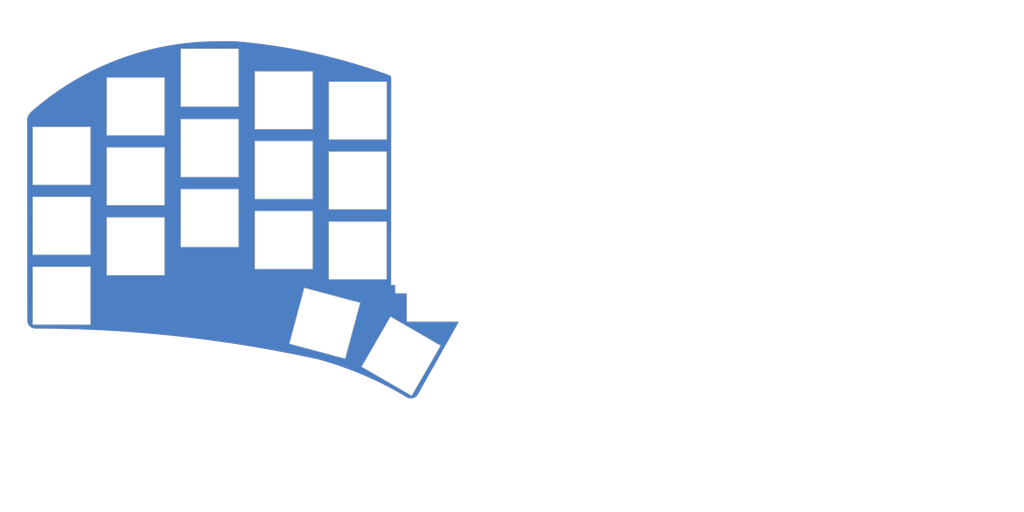
<source format=kicad_pcb>
(kicad_pcb (version 20221018) (generator pcbnew)
  (layers (0 "F.Cu" signal) (31 "B.Cu" signal) (34 "B.Paste" user) (35 "F.Paste" user) (36 "B.SilkS" user "B.Silkscreen") (37 "F.SilkS" user "F.Silkscreen") (38 "B.Mask" user) (39 "F.Mask" user) (44 "Edge.Cuts" user))
  (net 0 "")
  (net 1 "gnd")
  (footprint "Kailh:SW_PG1350_cut" (layer "F.Cu") (at 112.371558 62.443861)
    (fp_text reference "SW6" hide)
    (fp_text value "SW_Push" hide)
    (fp_line (start -7 -7) (end 7 -7) (stroke (width 0.15)) (layer "Edge.Cuts"))
    (fp_line (start -7 7) (end -7 -7) (stroke (width 0.15)) (layer "Edge.Cuts"))
    (fp_line (start -7 7) (end 7 7) (stroke (width 0.15)) (layer "Edge.Cuts"))
    (fp_line (start 7 7) (end 7 -7) (stroke (width 0.15)) (layer "Edge.Cuts"))
  )
  (footprint "Kailh:SW_PG1350_cut" (layer "F.Cu") (at 112.351558 96.451861)
    (fp_text reference "SW18" hide)
    (fp_text value "SW_Push" hide)
    (fp_line (start -7 -7) (end 7 -7) (stroke (width 0.15)) (layer "Edge.Cuts"))
    (fp_line (start -7 7) (end -7 -7) (stroke (width 0.15)) (layer "Edge.Cuts"))
    (fp_line (start -7 7) (end 7 7) (stroke (width 0.15)) (layer "Edge.Cuts"))
    (fp_line (start 7 7) (end 7 -7) (stroke (width 0.15)) (layer "Edge.Cuts"))
  )
  (footprint "Kailh:SW_PG1350_cut" (layer "F.Cu") (at 58.371558 61.443861)
    (fp_text reference "SW3" hide)
    (fp_text value "SW_Push" hide)
    (fp_line (start -7 -7) (end 7 -7) (stroke (width 0.15)) (layer "Edge.Cuts"))
    (fp_line (start -7 7) (end -7 -7) (stroke (width 0.15)) (layer "Edge.Cuts"))
    (fp_line (start -7 7) (end 7 7) (stroke (width 0.15)) (layer "Edge.Cuts"))
    (fp_line (start 7 7) (end 7 -7) (stroke (width 0.15)) (layer "Edge.Cuts"))
  )
  (footprint "Kailh:SW_PG1350_cut" (layer "F.Cu") (at 94.371558 76.893861)
    (fp_text reference "SW11" hide)
    (fp_text value "SW_Push" hide)
    (fp_line (start -7 -7) (end 7 -7) (stroke (width 0.15)) (layer "Edge.Cuts"))
    (fp_line (start -7 7) (end -7 -7) (stroke (width 0.15)) (layer "Edge.Cuts"))
    (fp_line (start -7 7) (end 7 7) (stroke (width 0.15)) (layer "Edge.Cuts"))
    (fp_line (start 7 7) (end 7 -7) (stroke (width 0.15)) (layer "Edge.Cuts"))
  )
  (footprint "Kailh:SW_PG1350_cut" (layer "F.Cu") (at 40.371558 90.443861)
    (fp_text reference "SW8" hide)
    (fp_text value "SW_Push" hide)
    (fp_line (start -7 -7) (end 7 -7) (stroke (width 0.15)) (layer "Edge.Cuts"))
    (fp_line (start -7 7) (end -7 -7) (stroke (width 0.15)) (layer "Edge.Cuts"))
    (fp_line (start -7 7) (end 7 7) (stroke (width 0.15)) (layer "Edge.Cuts"))
    (fp_line (start 7 7) (end 7 -7) (stroke (width 0.15)) (layer "Edge.Cuts"))
  )
  (footprint "Kailh:SW_PG1350_cut" (layer "F.Cu") (at 76.371558 71.559861)
    (fp_text reference "SW10" hide)
    (fp_text value "SW_Push" hide)
    (fp_line (start -7 -7) (end 7 -7) (stroke (width 0.15)) (layer "Edge.Cuts"))
    (fp_line (start -7 7) (end -7 -7) (stroke (width 0.15)) (layer "Edge.Cuts"))
    (fp_line (start -7 7) (end 7 7) (stroke (width 0.15)) (layer "Edge.Cuts"))
    (fp_line (start 7 7) (end 7 -7) (stroke (width 0.15)) (layer "Edge.Cuts"))
  )
  (footprint "Kailh:SW_PG1350_cut" (layer "F.Cu") (at 122.901558 122.143861 150)
    (fp_text reference "SW20" hide)
    (fp_text value "SW_Push" hide)
    (fp_line (start -7 -7) (end 7 -7) (stroke (width 0.15)) (layer "Edge.Cuts"))
    (fp_line (start -7 7) (end -7 -7) (stroke (width 0.15)) (layer "Edge.Cuts"))
    (fp_line (start -7 7) (end 7 7) (stroke (width 0.15)) (layer "Edge.Cuts"))
    (fp_line (start 7 7) (end 7 -7) (stroke (width 0.15)) (layer "Edge.Cuts"))
  )
  (footprint "Kailh:SW_PG1350_cut" (layer "F.Cu") (at 112.351558 79.433861)
    (fp_text reference "SW12" hide)
    (fp_text value "SW_Push" hide)
    (fp_line (start -7 -7) (end 7 -7) (stroke (width 0.15)) (layer "Edge.Cuts"))
    (fp_line (start -7 7) (end -7 -7) (stroke (width 0.15)) (layer "Edge.Cuts"))
    (fp_line (start -7 7) (end 7 7) (stroke (width 0.15)) (layer "Edge.Cuts"))
    (fp_line (start 7 7) (end 7 -7) (stroke (width 0.15)) (layer "Edge.Cuts"))
  )
  (footprint "Kailh:SW_PG1350_cut" (layer "F.Cu") (at 76.371558 54.443861)
    (fp_text reference "SW4" hide)
    (fp_text value "SW_Push" hide)
    (fp_line (start -7 -7) (end 7 -7) (stroke (width 0.15)) (layer "Edge.Cuts"))
    (fp_line (start -7 7) (end -7 -7) (stroke (width 0.15)) (layer "Edge.Cuts"))
    (fp_line (start -7 7) (end 7 7) (stroke (width 0.15)) (layer "Edge.Cuts"))
    (fp_line (start 7 7) (end 7 -7) (stroke (width 0.15)) (layer "Edge.Cuts"))
  )
  (footprint "Kailh:SW_PG1350_cut" (layer "F.Cu") (at 94.371558 93.911861)
    (fp_text reference "SW17" hide)
    (fp_text value "SW_Push" hide)
    (fp_line (start -7 -7) (end 7 -7) (stroke (width 0.15)) (layer "Edge.Cuts"))
    (fp_line (start -7 7) (end -7 -7) (stroke (width 0.15)) (layer "Edge.Cuts"))
    (fp_line (start -7 7) (end 7 7) (stroke (width 0.15)) (layer "Edge.Cuts"))
    (fp_line (start 7 7) (end 7 -7) (stroke (width 0.15)) (layer "Edge.Cuts"))
  )
  (footprint "Kailh:SW_PG1350_cut" (layer "F.Cu") (at 104.341558 114.143861 165)
    (fp_text reference "SW21" hide)
    (fp_text value "SW_Push" hide)
    (fp_line (start -7 -7) (end 7 -7) (stroke (width 0.15)) (layer "Edge.Cuts"))
    (fp_line (start -7 7) (end -7 -7) (stroke (width 0.15)) (layer "Edge.Cuts"))
    (fp_line (start -7 7) (end 7 7) (stroke (width 0.15)) (layer "Edge.Cuts"))
    (fp_line (start 7 7) (end 7 -7) (stroke (width 0.15)) (layer "Edge.Cuts"))
  )
  (footprint "Kailh:SW_PG1350_cut" (layer "F.Cu") (at 58.371558 78.417861)
    (fp_text reference "SW9" hide)
    (fp_text value "SW_Push" hide)
    (fp_line (start -7 -7) (end 7 -7) (stroke (width 0.15)) (layer "Edge.Cuts"))
    (fp_line (start -7 7) (end -7 -7) (stroke (width 0.15)) (layer "Edge.Cuts"))
    (fp_line (start -7 7) (end 7 7) (stroke (width 0.15)) (layer "Edge.Cuts"))
    (fp_line (start 7 7) (end 7 -7) (stroke (width 0.15)) (layer "Edge.Cuts"))
  )
  (footprint "Kailh:SW_PG1350_cut" (layer "F.Cu") (at 58.371558 95.435861)
    (fp_text reference "SW15" hide)
    (fp_text value "SW_Push" hide)
    (fp_line (start -7 -7) (end 7 -7) (stroke (width 0.15)) (layer "Edge.Cuts"))
    (fp_line (start -7 7) (end -7 -7) (stroke (width 0.15)) (layer "Edge.Cuts"))
    (fp_line (start -7 7) (end 7 7) (stroke (width 0.15)) (layer "Edge.Cuts"))
    (fp_line (start 7 7) (end 7 -7) (stroke (width 0.15)) (layer "Edge.Cuts"))
  )
  (footprint "Kailh:SW_PG1350_cut" (layer "F.Cu") (at 94.371558 59.943861)
    (fp_text reference "SW5" hide)
    (fp_text value "SW_Push" hide)
    (fp_line (start -7 -7) (end 7 -7) (stroke (width 0.15)) (layer "Edge.Cuts"))
    (fp_line (start -7 7) (end -7 -7) (stroke (width 0.15)) (layer "Edge.Cuts"))
    (fp_line (start -7 7) (end 7 7) (stroke (width 0.15)) (layer "Edge.Cuts"))
    (fp_line (start 7 7) (end 7 -7) (stroke (width 0.15)) (layer "Edge.Cuts"))
  )
  (footprint "Kailh:SW_PG1350_cut" (layer "F.Cu") (at 40.371558 73.443861)
    (fp_text reference "SW2" hide)
    (fp_text value "SW_Push" hide)
    (fp_line (start -7 -7) (end 7 -7) (stroke (width 0.15)) (layer "Edge.Cuts"))
    (fp_line (start -7 7) (end -7 -7) (stroke (width 0.15)) (layer "Edge.Cuts"))
    (fp_line (start -7 7) (end 7 7) (stroke (width 0.15)) (layer "Edge.Cuts"))
    (fp_line (start 7 7) (end 7 -7) (stroke (width 0.15)) (layer "Edge.Cuts"))
  )
  (footprint "Kailh:SW_PG1350_cut" (layer "F.Cu") (at 40.371558 107.443861)
    (fp_text reference "SW14" hide)
    (fp_text value "SW_Push" hide)
    (fp_line (start -7 -7) (end 7 -7) (stroke (width 0.15)) (layer "Edge.Cuts"))
    (fp_line (start -7 7) (end -7 -7) (stroke (width 0.15)) (layer "Edge.Cuts"))
    (fp_line (start -7 7) (end 7 7) (stroke (width 0.15)) (layer "Edge.Cuts"))
    (fp_line (start 7 7) (end 7 -7) (stroke (width 0.15)) (layer "Edge.Cuts"))
  )
  (footprint "Kailh:SW_PG1350_cut" (layer "F.Cu") (at 76.371558 88.577861)
    (fp_text reference "SW16" hide)
    (fp_text value "SW_Push" hide)
    (fp_line (start -7 -7) (end 7 -7) (stroke (width 0.15)) (layer "Edge.Cuts"))
    (fp_line (start -7 7) (end -7 -7) (stroke (width 0.15)) (layer "Edge.Cuts"))
    (fp_line (start -7 7) (end 7 7) (stroke (width 0.15)) (layer "Edge.Cuts"))
    (fp_line (start 7 7) (end 7 -7) (stroke (width 0.15)) (layer "Edge.Cuts"))
  )
  (gr_line (start 120.479558 104.833861) (end 120.513603 54.50128) (stroke (width 0.05)) (layer "Edge.Cuts"))
  (gr_line (start 121.495558 104.833861) (end 121.495558 106.865861) (stroke (width 0.05)) (layer "Edge.Cuts"))
  (gr_arc (start 31.981613 64.340563) (mid 32.538487 63.222743) (end 33.408558 62.326861) (stroke (width 0.05)) (layer "Edge.Cuts"))
  (gr_arc (start 34.059558 115.44498) (mid 32.672131 114.935963) (end 32.021812 113.608885) (stroke (width 0.05)) (layer "Edge.Cuts"))
  (gr_arc (start 102.700692 122.925807) (mid 113.778046 126.785457) (end 124.229558 132.111861) (stroke (width 0.05)) (layer "Edge.Cuts"))
  (gr_arc (start 33.408558 62.326861) (mid 54.385082 49.895316) (end 78.381947 45.57) (stroke (width 0.05)) (layer "Edge.Cuts"))
  (gr_line (start 124.289558 113.723861) (end 124.289558 106.865861) (stroke (width 0.05)) (layer "Edge.Cuts"))
  (gr_arc (start 126.961558 131.513126) (mid 125.720553 132.382866) (end 124.229558 132.111861) (stroke (width 0.05)) (layer "Edge.Cuts"))
  (gr_line (start 121.495558 106.865861) (end 124.289558 106.865861) (stroke (width 0.05)) (layer "Edge.Cuts"))
  (gr_line (start 82.583335 45.56454) (end 78.381947 45.57) (stroke (width 0.05)) (layer "Edge.Cuts"))
  (gr_arc (start 120.078848 53.82075) (mid 120.395662 54.097498) (end 120.513603 54.50128) (stroke (width 0.05)) (layer "Edge.Cuts"))
  (gr_arc (start 82.583335 45.56454) (mid 101.607437 48.437625) (end 120.078848 53.82075) (stroke (width 0.05)) (layer "Edge.Cuts"))
  (gr_line (start 31.981613 64.340563) (end 32.021812 113.608885) (stroke (width 0.05)) (layer "Edge.Cuts"))
  (gr_line (start 136.989558 113.723861) (end 124.289558 113.723861) (stroke (width 0.05)) (layer "Edge.Cuts"))
  (gr_line (start 136.989558 113.723861) (end 126.961558 131.513126) (stroke (width 0.05)) (layer "Edge.Cuts"))
  (gr_arc (start 34.059558 115.44498) (mid 68.58 117.351415) (end 102.700692 122.925807) (stroke (width 0.05)) (layer "Edge.Cuts"))
  (gr_line (start 121.495558 104.833861) (end 120.479558 104.833861) (stroke (width 0.05)) (layer "Edge.Cuts"))
  (zone (net 1) (net_name "gnd") (layer "F.Cu") (connect_pads (clearance 0.508)) (min_thickness 0.254) (fill yes (thermal_gap 0.508) (thermal_bridge_width 0.508))
    (polygon (pts (xy 27.94 38.1) (xy 271.78 38.1) (xy 271.78 157.48) (xy 27.94 157.48)))
  )
  (zone (net 1) (net_name "gnd") (layer "B.Cu") (connect_pads (clearance 0.508)) (min_thickness 0.254) (fill yes (thermal_gap 0.508) (thermal_bridge_width 0.508))
    (polygon (pts (xy 25.4 35.56) (xy 274.32 35.56) (xy 274.32 160.02) (xy 25.4 160.02)))
  )
)
</source>
